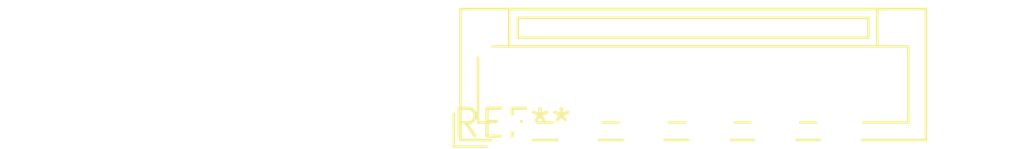
<source format=kicad_pcb>
(kicad_pcb (version 20240108) (generator pcbnew)
  (layers (0 "F.Cu" signal) (31 "B.Cu" signal) (34 "B.Paste" user) (35 "F.Paste" user) (36 "B.SilkS" user "B.Silkscreen") (37 "F.SilkS" user "F.Silkscreen") (38 "B.Mask" user) (39 "F.Mask" user) (44 "Edge.Cuts" user))
  (net 0 "")
  (footprint "JST_ZE_B12B-ZESK-1D_1x12_P1.50mm_Vertical" (layer "F.Cu") (at 0 0)
    (property "Reference" "REF**")
    (property "Value" "JST_ZE_B12B-ZESK-1D_1x12_P1.50mm_Vertical")
    (fp_line (start -2.66 -0.44) (end -2.66 1.06) (layer "F.SilkS") (stroke (width 0.12)))
    (fp_line (start -2.66 1.06) (end -1.16 1.06) (layer "F.SilkS") (stroke (width 0.12)))
    (fp_line (start -2.36 -5.21) (end 18.86 -5.21) (layer "F.SilkS") (stroke (width 0.12)))
    (fp_line (start -2.36 0.76) (end -2.36 -5.21) (layer "F.SilkS") (stroke (width 0.12)))
    (fp_line (start -1.56 -3) (end -1.56 -0.04) (layer "F.SilkS") (stroke (width 0.12)))
    (fp_line (start -1.56 -0.04) (end -1 -0.04) (layer "F.SilkS") (stroke (width 0.12)))
    (fp_line (start -0.96 0.76) (end -2.36 0.76) (layer "F.SilkS") (stroke (width 0.12)))
    (fp_line (start -0.14 -5.21) (end -0.14 -3.51) (layer "F.SilkS") (stroke (width 0.12)))
    (fp_line (start -0.14 -3.51) (end -0.9 -3.51) (layer "F.SilkS") (stroke (width 0.12)))
    (fp_line (start -0.14 -3.51) (end 16.64 -3.51) (layer "F.SilkS") (stroke (width 0.12)))
    (fp_line (start 0.26 -4.81) (end 0.26 -3.91) (layer "F.SilkS") (stroke (width 0.12)))
    (fp_line (start 0.26 -3.91) (end 16.24 -3.91) (layer "F.SilkS") (stroke (width 0.12)))
    (fp_line (start 0.96 0.76) (end 2.04 0.76) (layer "F.SilkS") (stroke (width 0.12)))
    (fp_line (start 1.135 -0.04) (end 1.865 -0.04) (layer "F.SilkS") (stroke (width 0.12)))
    (fp_line (start 3.96 0.76) (end 5.04 0.76) (layer "F.SilkS") (stroke (width 0.12)))
    (fp_line (start 4.135 -0.04) (end 4.865 -0.04) (layer "F.SilkS") (stroke (width 0.12)))
    (fp_line (start 6.96 0.76) (end 8.04 0.76) (layer "F.SilkS") (stroke (width 0.12)))
    (fp_line (start 7.135 -0.04) (end 7.865 -0.04) (layer "F.SilkS") (stroke (width 0.12)))
    (fp_line (start 9.96 0.76) (end 11.04 0.76) (layer "F.SilkS") (stroke (width 0.12)))
    (fp_line (start 10.135 -0.04) (end 10.865 -0.04) (layer "F.SilkS") (stroke (width 0.12)))
    (fp_line (start 12.96 0.76) (end 14.04 0.76) (layer "F.SilkS") (stroke (width 0.12)))
    (fp_line (start 13.135 -0.04) (end 13.865 -0.04) (layer "F.SilkS") (stroke (width 0.12)))
    (fp_line (start 16.24 -4.81) (end 0.26 -4.81) (layer "F.SilkS") (stroke (width 0.12)))
    (fp_line (start 16.24 -3.91) (end 16.24 -4.81) (layer "F.SilkS") (stroke (width 0.12)))
    (fp_line (start 16.64 -5.21) (end -0.14 -5.21) (layer "F.SilkS") (stroke (width 0.12)))
    (fp_line (start 16.64 -3.51) (end 16.64 -5.21) (layer "F.SilkS") (stroke (width 0.12)))
    (fp_line (start 16.64 -3.51) (end 18.06 -3.51) (layer "F.SilkS") (stroke (width 0.12)))
    (fp_line (start 18.06 -3.51) (end 18.06 -0.04) (layer "F.SilkS") (stroke (width 0.12)))
    (fp_line (start 18.06 -0.04) (end 16 -0.04) (layer "F.SilkS") (stroke (width 0.12)))
    (fp_line (start 18.86 -5.21) (end 18.86 0.76) (layer "F.SilkS") (stroke (width 0.12)))
    (fp_line (start 18.86 0.76) (end 15.96 0.76) (layer "F.SilkS") (stroke (width 0.12)))
    (pad "" np_thru_hole circle (at -1.65 -3.8) (size 0.85 0.85) (drill 0.85) (layers *.Cu *.Mask))
    (pad "1" thru_hole custom (at 0 0) (size 1.117157 1.117157) (drill 0.75) (layers *.Cu *.Mask) (remove_unused_layers) (options (clearance outline) (anchor circle)) (primitives (gr_poly (pts (xy 0.45 -0.225) (xy 0.45 0.625) (xy -0.45 0.625) (xy -0.45 -0.625) (xy 0.05 -0.625)) (width 0.5) (fill yes))))
    (pad "2" thru_hole oval (at 1.5 -2) (size 1.4 1.75) (drill 0.75) (layers *.Cu *.Mask) (remove_unused_layers))
    (pad "3" thru_hole oval (at 3 0) (size 1.4 1.75) (drill 0.75) (layers *.Cu *.Mask) (remove_unused_layers))
    (pad "4" thru_hole oval (at 4.5 -2) (size 1.4 1.75) (drill 0.75) (layers *.Cu *.Mask) (remove_unused_layers))
    (pad "5" thru_hole oval (at 6 0) (size 1.4 1.75) (drill 0.75) (layers *.Cu *.Mask) (remove_unused_layers))
    (pad "6" thru_hole oval (at 7.5 -2) (size 1.4 1.75) (drill 0.75) (layers *.Cu *.Mask) (remove_unused_layers))
    (pad "7" thru_hole oval (at 9 0) (size 1.4 1.75) (drill 0.75) (layers *.Cu *.Mask) (remove_unused_layers))
    (pad "8" thru_hole oval (at 10.5 -2) (size 1.4 1.75) (drill 0.75) (layers *.Cu *.Mask) (remove_unused_layers))
    (pad "9" thru_hole oval (at 12 0) (size 1.4 1.75) (drill 0.75) (layers *.Cu *.Mask) (remove_unused_layers))
    (pad "10" thru_hole oval (at 13.5 -2) (size 1.4 1.75) (drill 0.75) (layers *.Cu *.Mask) (remove_unused_layers))
    (pad "11" thru_hole oval (at 15 0) (size 1.4 1.75) (drill 0.75) (layers *.Cu *.Mask) (remove_unused_layers))
    (pad "12" thru_hole oval (at 16.5 -2) (size 1.4 1.75) (drill 0.75) (layers *.Cu *.Mask) (remove_unused_layers))
  )
)
</source>
